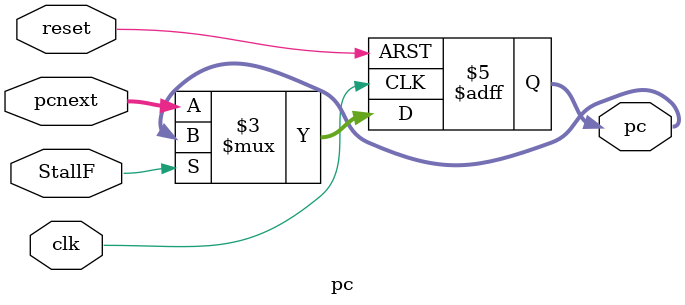
<source format=v>
`timescale 1ns / 1ps

//Program Counter
module pc(pc, clk, reset, pcnext, StallF);
input clk, reset;
input [7:0] pcnext;
input StallF;
output reg [7:0] pc;
always  @(posedge   clk or posedge reset) begin

if(reset)
pc <= 8'b0;
else if (!StallF)
pc <= pcnext;
end
endmodule


</source>
